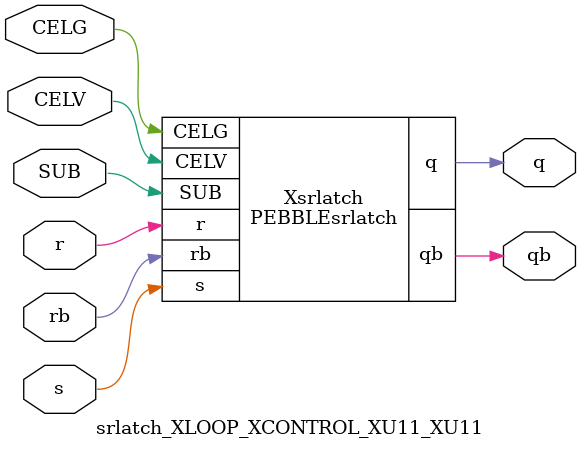
<source format=v>



module PEBBLEsrlatch ( q, qb, CELG, CELV, SUB, r, rb, s );

  input CELV;
  input s;
  output q;
  input rb;
  input r;
  input SUB;
  input CELG;
  output qb;
endmodule

//Celera Confidential Do Not Copy srlatch_XLOOP_XCONTROL_XU11_XU11
//Celera Confidential Symbol Generator
//SR Latch
module srlatch_XLOOP_XCONTROL_XU11_XU11 (CELV,CELG,s,r,rb,q,qb,SUB);
input CELV;
input CELG;
input s;
input r;
input rb;
input SUB;
output q;
output qb;

//Celera Confidential Do Not Copy srlatch
PEBBLEsrlatch Xsrlatch(
.CELV (CELV),
.r (r),
.s (s),
.q (q),
.qb (qb),
.rb (rb),
.SUB (SUB),
.CELG (CELG)
);
//,diesize,PEBBLEsrlatch

//Celera Confidential Do Not Copy Module End
//Celera Schematic Generator
endmodule

</source>
